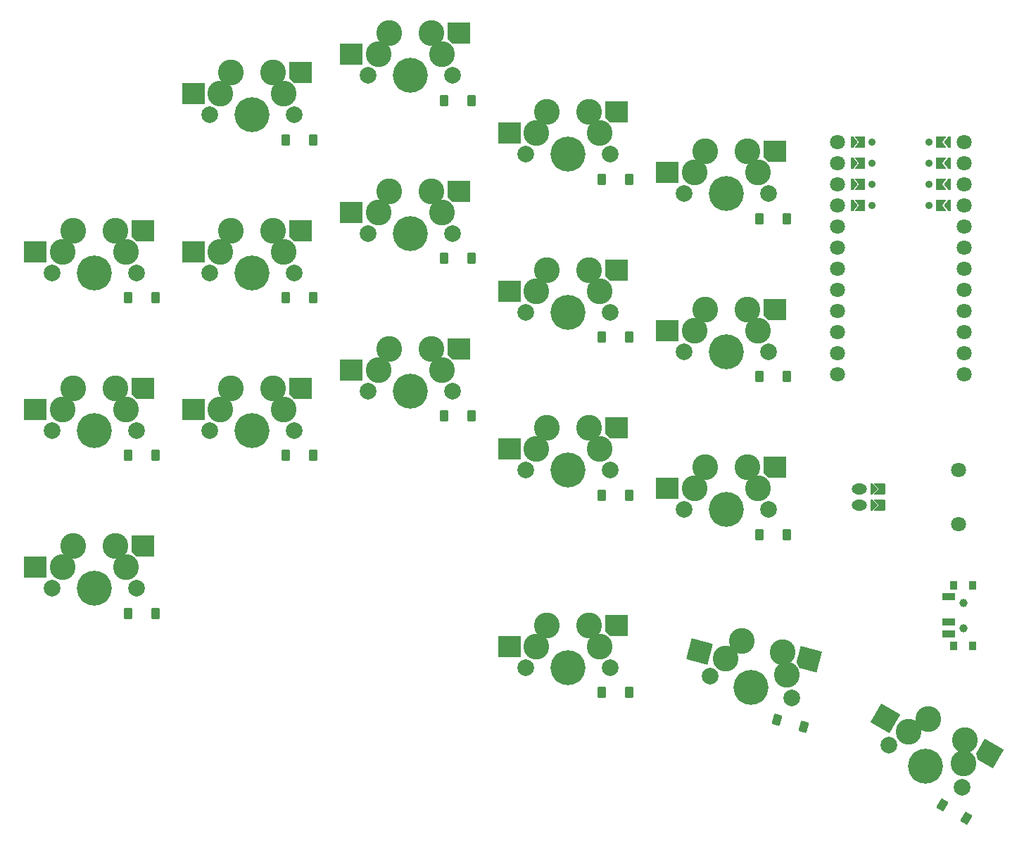
<source format=gbr>
%TF.GenerationSoftware,KiCad,Pcbnew,9.0.7*%
%TF.CreationDate,2026-01-25T01:01:47-05:00*%
%TF.ProjectId,pcb,7063622e-6b69-4636-9164-5f7063625858,rev?*%
%TF.SameCoordinates,Original*%
%TF.FileFunction,Soldermask,Bot*%
%TF.FilePolarity,Negative*%
%FSLAX46Y46*%
G04 Gerber Fmt 4.6, Leading zero omitted, Abs format (unit mm)*
G04 Created by KiCad (PCBNEW 9.0.7) date 2026-01-25 01:01:47*
%MOMM*%
%LPD*%
G01*
G04 APERTURE LIST*
G04 Aperture macros list*
%AMRoundRect*
0 Rectangle with rounded corners*
0 $1 Rounding radius*
0 $2 $3 $4 $5 $6 $7 $8 $9 X,Y pos of 4 corners*
0 Add a 4 corners polygon primitive as box body*
4,1,4,$2,$3,$4,$5,$6,$7,$8,$9,$2,$3,0*
0 Add four circle primitives for the rounded corners*
1,1,$1+$1,$2,$3*
1,1,$1+$1,$4,$5*
1,1,$1+$1,$6,$7*
1,1,$1+$1,$8,$9*
0 Add four rect primitives between the rounded corners*
20,1,$1+$1,$2,$3,$4,$5,0*
20,1,$1+$1,$4,$5,$6,$7,0*
20,1,$1+$1,$6,$7,$8,$9,0*
20,1,$1+$1,$8,$9,$2,$3,0*%
%AMFreePoly0*
4,1,14,1.310355,1.285355,1.325000,1.250000,1.325000,-1.250000,1.310355,-1.285355,1.275000,-1.300000,-0.775000,-1.300000,-0.810355,-1.285355,-1.310355,-0.785355,-1.325000,-0.750000,-1.325000,1.250000,-1.310355,1.285355,-1.275000,1.300000,1.275000,1.300000,1.310355,1.285355,1.310355,1.285355,$1*%
%AMFreePoly1*
4,1,16,-0.214645,0.660355,-0.210957,0.656235,0.289043,0.031235,0.299694,-0.005522,0.289043,-0.031235,-0.210957,-0.656235,-0.244478,-0.674694,-0.250000,-0.675000,-0.500000,-0.675000,-0.535355,-0.660355,-0.550000,-0.625000,-0.550000,0.625000,-0.535355,0.660355,-0.500000,0.675000,-0.250000,0.675000,-0.214645,0.660355,-0.214645,0.660355,$1*%
%AMFreePoly2*
4,1,16,0.535355,0.660355,0.550000,0.625000,0.550000,-0.625000,0.535355,-0.660355,0.500000,-0.675000,-0.650000,-0.675000,-0.685355,-0.660355,-0.700000,-0.625000,-0.689043,-0.593765,-0.214031,0.000000,-0.689043,0.593765,-0.699694,0.630522,-0.681235,0.664043,-0.650000,0.675000,0.500000,0.675000,0.535355,0.660355,0.535355,0.660355,$1*%
%AMFreePoly3*
4,1,14,0.035355,0.435355,0.635355,-0.164645,0.650000,-0.200000,0.650000,-0.400000,0.635355,-0.435355,0.600000,-0.450000,-0.600000,-0.450000,-0.635355,-0.435355,-0.650000,-0.400000,-0.650000,-0.200000,-0.635355,-0.164645,-0.035355,0.435355,0.000000,0.450000,0.035355,0.435355,0.035355,0.435355,$1*%
%AMFreePoly4*
4,1,16,0.635355,0.285355,0.650000,0.250000,0.650000,-1.000000,0.635355,-1.035355,0.600000,-1.050000,0.564645,-1.035355,0.000000,-0.470710,-0.564645,-1.035355,-0.600000,-1.050000,-0.635355,-1.035355,-0.650000,-1.000000,-0.650000,0.250000,-0.635355,0.285355,-0.600000,0.300000,0.600000,0.300000,0.635355,0.285355,0.635355,0.285355,$1*%
G04 Aperture macros list end*
%ADD10C,4.200000*%
%ADD11C,2.000000*%
%ADD12C,3.100000*%
%ADD13RoundRect,0.050000X-1.275000X-1.250000X1.275000X-1.250000X1.275000X1.250000X-1.275000X1.250000X0*%
%ADD14FreePoly0,0.000000*%
%ADD15RoundRect,0.050000X-1.555079X-0.877413X0.908032X-1.537402X1.555079X0.877413X-0.908032X1.537402X0*%
%ADD16FreePoly0,345.000000*%
%ADD17RoundRect,0.050000X-1.729182X-0.445032X0.479182X-1.720032X1.729182X0.445032X-0.479182X1.720032X0*%
%ADD18FreePoly0,330.000000*%
%ADD19RoundRect,0.050000X0.450000X0.600000X-0.450000X0.600000X-0.450000X-0.600000X0.450000X-0.600000X0*%
%ADD20RoundRect,0.050000X0.589958X0.463087X-0.279375X0.696024X-0.589958X-0.463087X0.279375X-0.696024X0*%
%ADD21RoundRect,0.050000X0.689711X0.294615X-0.089711X0.744615X-0.689711X-0.294615X0.089711X-0.744615X0*%
%ADD22C,1.800000*%
%ADD23C,0.900000*%
%ADD24FreePoly1,0.000000*%
%ADD25FreePoly2,0.000000*%
%ADD26FreePoly2,180.000000*%
%ADD27FreePoly1,180.000000*%
%ADD28O,1.850000X1.300000*%
%ADD29FreePoly3,270.000000*%
%ADD30FreePoly4,270.000000*%
%ADD31RoundRect,0.050000X-0.400000X0.500000X-0.400000X-0.500000X0.400000X-0.500000X0.400000X0.500000X0*%
%ADD32RoundRect,0.050000X-0.750000X0.350000X-0.750000X-0.350000X0.750000X-0.350000X0.750000X0.350000X0*%
%ADD33C,1.000000*%
G04 APERTURE END LIST*
D10*
%TO.C,S1*%
X87000000Y-115000000D03*
D11*
X92080000Y-115000000D03*
X81920000Y-115000000D03*
D12*
X84460000Y-109920000D03*
X90810000Y-112460000D03*
X89540000Y-109920000D03*
X83190000Y-112460000D03*
D13*
X79915000Y-112460000D03*
D14*
X92842000Y-109920000D03*
%TD*%
D10*
%TO.C,S2*%
X87000000Y-96000000D03*
D11*
X92080000Y-96000000D03*
X81920000Y-96000000D03*
D12*
X84460000Y-90920000D03*
X90810000Y-93460000D03*
X89540000Y-90920000D03*
X83190000Y-93460000D03*
D13*
X79915000Y-93460000D03*
D14*
X92842000Y-90920000D03*
%TD*%
D10*
%TO.C,S3*%
X87000000Y-77000000D03*
D11*
X92080000Y-77000000D03*
X81920000Y-77000000D03*
D12*
X84460000Y-71920000D03*
X90810000Y-74460000D03*
X89540000Y-71920000D03*
X83190000Y-74460000D03*
D13*
X79915000Y-74460000D03*
D14*
X92842000Y-71920000D03*
%TD*%
D10*
%TO.C,S4*%
X106000000Y-96000000D03*
D11*
X111080000Y-96000000D03*
X100920000Y-96000000D03*
D12*
X103460000Y-90920000D03*
X109810000Y-93460000D03*
X108540000Y-90920000D03*
X102190000Y-93460000D03*
D13*
X98915000Y-93460000D03*
D14*
X111842000Y-90920000D03*
%TD*%
D10*
%TO.C,S5*%
X106000000Y-77000000D03*
D11*
X111080000Y-77000000D03*
X100920000Y-77000000D03*
D12*
X103460000Y-71920000D03*
X109810000Y-74460000D03*
X108540000Y-71920000D03*
X102190000Y-74460000D03*
D13*
X98915000Y-74460000D03*
D14*
X111842000Y-71920000D03*
%TD*%
D10*
%TO.C,S6*%
X106000000Y-58000000D03*
D11*
X111080000Y-58000000D03*
X100920000Y-58000000D03*
D12*
X103460000Y-52920000D03*
X109810000Y-55460000D03*
X108540000Y-52920000D03*
X102190000Y-55460000D03*
D13*
X98915000Y-55460000D03*
D14*
X111842000Y-52920000D03*
%TD*%
D10*
%TO.C,S7*%
X125000000Y-91250000D03*
D11*
X130080000Y-91250000D03*
X119920000Y-91250000D03*
D12*
X122460000Y-86170000D03*
X128810000Y-88710000D03*
X127540000Y-86170000D03*
X121190000Y-88710000D03*
D13*
X117915000Y-88710000D03*
D14*
X130842000Y-86170000D03*
%TD*%
D10*
%TO.C,S8*%
X125000000Y-72250000D03*
D11*
X130080000Y-72250000D03*
X119920000Y-72250000D03*
D12*
X122460000Y-67170000D03*
X128810000Y-69710000D03*
X127540000Y-67170000D03*
X121190000Y-69710000D03*
D13*
X117915000Y-69710000D03*
D14*
X130842000Y-67170000D03*
%TD*%
D10*
%TO.C,S9*%
X125000000Y-53250000D03*
D11*
X130080000Y-53250000D03*
X119920000Y-53250000D03*
D12*
X122460000Y-48170000D03*
X128810000Y-50710000D03*
X127540000Y-48170000D03*
X121190000Y-50710000D03*
D13*
X117915000Y-50710000D03*
D14*
X130842000Y-48170000D03*
%TD*%
D10*
%TO.C,S10*%
X144000000Y-100750000D03*
D11*
X149080000Y-100750000D03*
X138920000Y-100750000D03*
D12*
X141460000Y-95670000D03*
X147810000Y-98210000D03*
X146540000Y-95670000D03*
X140190000Y-98210000D03*
D13*
X136915000Y-98210000D03*
D14*
X149842000Y-95670000D03*
%TD*%
D10*
%TO.C,S11*%
X144000000Y-81750000D03*
D11*
X149080000Y-81750000D03*
X138920000Y-81750000D03*
D12*
X141460000Y-76670000D03*
X147810000Y-79210000D03*
X146540000Y-76670000D03*
X140190000Y-79210000D03*
D13*
X136915000Y-79210000D03*
D14*
X149842000Y-76670000D03*
%TD*%
D10*
%TO.C,S12*%
X144000000Y-62750000D03*
D11*
X149080000Y-62750000D03*
X138920000Y-62750000D03*
D12*
X141460000Y-57670000D03*
X147810000Y-60210000D03*
X146540000Y-57670000D03*
X140190000Y-60210000D03*
D13*
X136915000Y-60210000D03*
D14*
X149842000Y-57670000D03*
%TD*%
D10*
%TO.C,S13*%
X163000000Y-105500000D03*
D11*
X168080000Y-105500000D03*
X157920000Y-105500000D03*
D12*
X160460000Y-100420000D03*
X166810000Y-102960000D03*
X165540000Y-100420000D03*
X159190000Y-102960000D03*
D13*
X155915000Y-102960000D03*
D14*
X168842000Y-100420000D03*
%TD*%
D10*
%TO.C,S14*%
X163000000Y-86500000D03*
D11*
X168080000Y-86500000D03*
X157920000Y-86500000D03*
D12*
X160460000Y-81420000D03*
X166810000Y-83960000D03*
X165540000Y-81420000D03*
X159190000Y-83960000D03*
D13*
X155915000Y-83960000D03*
D14*
X168842000Y-81420000D03*
%TD*%
D10*
%TO.C,S15*%
X163000000Y-67500000D03*
D11*
X168080000Y-67500000D03*
X157920000Y-67500000D03*
D12*
X160460000Y-62420000D03*
X166810000Y-64960000D03*
X165540000Y-62420000D03*
X159190000Y-64960000D03*
D13*
X155915000Y-64960000D03*
D14*
X168842000Y-62420000D03*
%TD*%
D10*
%TO.C,S16*%
X144000000Y-124500000D03*
D11*
X149080000Y-124500000D03*
X138920000Y-124500000D03*
D12*
X141460000Y-119420000D03*
X147810000Y-121960000D03*
X146540000Y-119420000D03*
X140190000Y-121960000D03*
D13*
X136915000Y-121960000D03*
D14*
X149842000Y-119420000D03*
%TD*%
D10*
%TO.C,S17*%
X166000000Y-126875000D03*
D11*
X170906903Y-128189801D03*
X161093097Y-125560199D03*
D12*
X164861349Y-121310696D03*
X170337578Y-125407649D03*
X169768252Y-122625497D03*
X162977223Y-123435448D03*
D15*
X159813816Y-122587815D03*
D16*
X172957739Y-123480118D03*
%TD*%
D10*
%TO.C,S18*%
X187000000Y-136375000D03*
D11*
X191399409Y-138915000D03*
X182600591Y-133835000D03*
D12*
X187340295Y-130705591D03*
X191569557Y-136080295D03*
X191739705Y-133245591D03*
X184970443Y-132270295D03*
D17*
X182134210Y-130632795D03*
D18*
X194599320Y-134896591D03*
%TD*%
D19*
%TO.C,D1*%
X94350000Y-118000000D03*
X91050000Y-118000000D03*
%TD*%
%TO.C,D2*%
X94350000Y-99000000D03*
X91050000Y-99000000D03*
%TD*%
%TO.C,D3*%
X94350000Y-80000000D03*
X91050000Y-80000000D03*
%TD*%
%TO.C,D4*%
X113350000Y-99000000D03*
X110050000Y-99000000D03*
%TD*%
%TO.C,D5*%
X113350000Y-80000000D03*
X110050000Y-80000000D03*
%TD*%
%TO.C,D6*%
X113350000Y-61000000D03*
X110050000Y-61000000D03*
%TD*%
%TO.C,D7*%
X132350000Y-94250000D03*
X129050000Y-94250000D03*
%TD*%
%TO.C,D8*%
X132350000Y-75250000D03*
X129050000Y-75250000D03*
%TD*%
%TO.C,D9*%
X132350000Y-56250000D03*
X129050000Y-56250000D03*
%TD*%
%TO.C,D10*%
X151350000Y-103750000D03*
X148050000Y-103750000D03*
%TD*%
%TO.C,D11*%
X151350000Y-84750000D03*
X148050000Y-84750000D03*
%TD*%
%TO.C,D12*%
X151350000Y-65750000D03*
X148050000Y-65750000D03*
%TD*%
%TO.C,D13*%
X170350000Y-108500000D03*
X167050000Y-108500000D03*
%TD*%
%TO.C,D14*%
X170350000Y-89500000D03*
X167050000Y-89500000D03*
%TD*%
%TO.C,D15*%
X170350000Y-70500000D03*
X167050000Y-70500000D03*
%TD*%
%TO.C,D16*%
X151350000Y-127500000D03*
X148050000Y-127500000D03*
%TD*%
D20*
%TO.C,D17*%
X172323098Y-131675097D03*
X169135542Y-130820995D03*
%TD*%
D21*
%TO.C,D18*%
X191865287Y-142648076D03*
X189007403Y-140998076D03*
%TD*%
D22*
%TO.C,MCU1*%
X176380000Y-61300000D03*
X191620000Y-61300000D03*
D23*
X180600000Y-61300000D03*
X187400000Y-61300000D03*
D24*
X178500000Y-61300000D03*
D25*
X179225000Y-61300000D03*
D26*
X188775000Y-61300000D03*
D27*
X189500000Y-61300000D03*
D22*
X176380000Y-63840000D03*
X191620000Y-63840000D03*
D23*
X180600000Y-63840000D03*
X187400000Y-63840000D03*
D24*
X178500000Y-63840000D03*
D25*
X179225000Y-63840000D03*
D26*
X188775000Y-63840000D03*
D27*
X189500000Y-63840000D03*
D22*
X176380000Y-66380000D03*
X191620000Y-66380000D03*
D23*
X180600000Y-66380000D03*
X187400000Y-66380000D03*
D24*
X178500000Y-66380000D03*
D25*
X179225000Y-66380000D03*
D26*
X188775000Y-66380000D03*
D27*
X189500000Y-66380000D03*
D22*
X176380000Y-68920000D03*
X191620000Y-68920000D03*
D23*
X180600000Y-68920000D03*
X187400000Y-68920000D03*
D24*
X178500000Y-68920000D03*
D25*
X179225000Y-68920000D03*
D26*
X188775000Y-68920000D03*
D27*
X189500000Y-68920000D03*
D22*
X176380000Y-71460000D03*
X191620000Y-71460000D03*
X176380000Y-74000000D03*
X191620000Y-74000000D03*
X176380000Y-76540000D03*
X191620000Y-76540000D03*
X176380000Y-79080000D03*
X191620000Y-79080000D03*
X176380000Y-81620000D03*
X191620000Y-81620000D03*
X176380000Y-84160000D03*
X191620000Y-84160000D03*
X176380000Y-86700000D03*
X191620000Y-86700000D03*
X176380000Y-89240000D03*
X191620000Y-89240000D03*
%TD*%
D28*
%TO.C,JST1*%
X179000000Y-105000000D03*
X179000000Y-103000000D03*
D29*
X180800000Y-105000000D03*
X180800000Y-103000000D03*
D30*
X181816000Y-103000000D03*
X181816000Y-105000000D03*
%TD*%
D22*
%TO.C,RST1*%
X191000000Y-107250000D03*
X191000000Y-100750000D03*
%TD*%
D31*
%TO.C,PWR1*%
X190415000Y-114600000D03*
X192625000Y-114600000D03*
X190415000Y-121900000D03*
X192625000Y-121900000D03*
D32*
X189765000Y-116000000D03*
X189765000Y-119000000D03*
X189765000Y-120500000D03*
D33*
X191525000Y-116750000D03*
X191525000Y-119750000D03*
%TD*%
M02*

</source>
